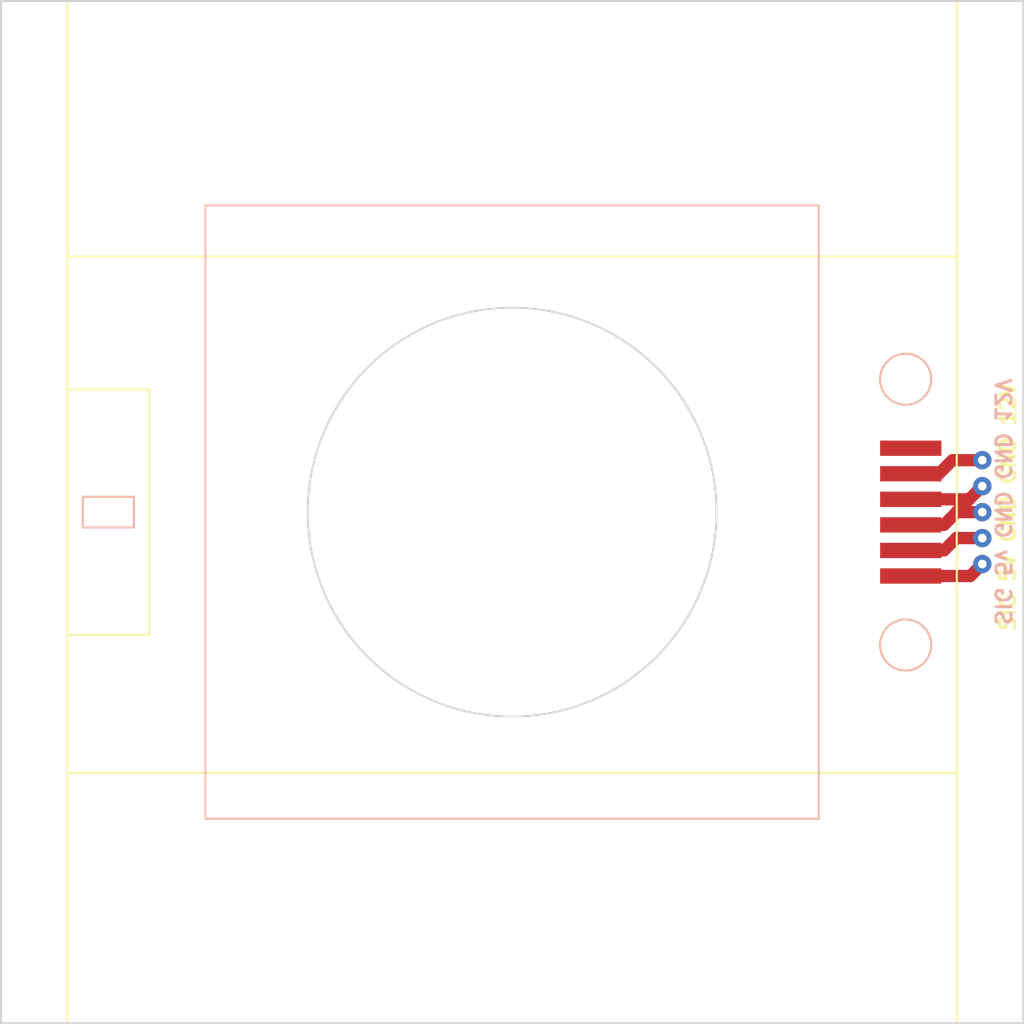
<source format=kicad_pcb>
(kicad_pcb (version 20171130) (host pcbnew 6.0.0-rc1-unknown-1a22918~65~ubuntu16.04.1)

  (general
    (thickness 1.6)
    (drawings 30)
    (tracks 16)
    (zones 0)
    (modules 2)
    (nets 6)
  )

  (page A4)
  (layers
    (0 F.Cu signal)
    (31 B.Cu signal)
    (32 B.Adhes user)
    (33 F.Adhes user)
    (34 B.Paste user)
    (35 F.Paste user)
    (36 B.SilkS user)
    (37 F.SilkS user)
    (38 B.Mask user)
    (39 F.Mask user)
    (40 Dwgs.User user)
    (41 Cmts.User user)
    (42 Eco1.User user)
    (43 Eco2.User user)
    (44 Edge.Cuts user)
    (45 Margin user)
    (46 B.CrtYd user)
    (47 F.CrtYd user)
    (48 B.Fab user)
    (49 F.Fab user)
  )

  (setup
    (last_trace_width 0.25)
    (user_trace_width 1.2)
    (trace_clearance 0.2)
    (zone_clearance 0.508)
    (zone_45_only no)
    (trace_min 0.2)
    (segment_width 0.2)
    (edge_width 0.15)
    (via_size 0.8)
    (via_drill 0.4)
    (via_min_size 0.4)
    (via_min_drill 0.3)
    (uvia_size 0.3)
    (uvia_drill 0.1)
    (uvias_allowed no)
    (uvia_min_size 0.2)
    (uvia_min_drill 0.1)
    (pcb_text_width 0.3)
    (pcb_text_size 1.5 1.5)
    (mod_edge_width 0.15)
    (mod_text_size 1 1)
    (mod_text_width 0.15)
    (pad_size 1.8 1.8)
    (pad_drill 0.85)
    (pad_to_mask_clearance 0.2)
    (aux_axis_origin 0 0)
    (grid_origin 150 80)
    (visible_elements 7FFFFFFF)
    (pcbplotparams
      (layerselection 0x010f0_ffffffff)
      (usegerberextensions false)
      (usegerberattributes false)
      (usegerberadvancedattributes false)
      (creategerberjobfile false)
      (excludeedgelayer false)
      (linewidth 0.150000)
      (plotframeref false)
      (viasonmask false)
      (mode 1)
      (useauxorigin false)
      (hpglpennumber 1)
      (hpglpenspeed 20)
      (hpglpendiameter 15.000000)
      (psnegative false)
      (psa4output false)
      (plotreference true)
      (plotvalue true)
      (plotinvisibletext false)
      (padsonsilk true)
      (subtractmaskfromsilk false)
      (outputformat 1)
      (mirror false)
      (drillshape 0)
      (scaleselection 1)
      (outputdirectory "Gerber/"))
  )

  (net 0 "")
  (net 1 "Net-(J1-Pad1)")
  (net 2 /12V)
  (net 3 /GND)
  (net 4 /5V)
  (net 5 /SIG)

  (net_class Default "This is the default net class."
    (clearance 0.2)
    (trace_width 0.25)
    (via_dia 0.8)
    (via_drill 0.4)
    (uvia_dia 0.3)
    (uvia_drill 0.1)
    (add_net /12V)
    (add_net /5V)
    (add_net /GND)
    (add_net /SIG)
    (add_net "Net-(J1-Pad1)")
  )

  (module Battery_Connector_SMD:Battery_Connector_Pad_SMD (layer F.Cu) (tedit 5D4414A2) (tstamp 5D5588D4)
    (at 139 80 270)
    (path /5D4961FD)
    (fp_text reference J1 (at -7.5 5 270) (layer F.SilkS) hide
      (effects (font (size 1 1) (thickness 0.15)))
    )
    (fp_text value Conn_01x06_Female (at 0 -5 270) (layer F.Fab) hide
      (effects (font (size 1 1) (thickness 0.15)))
    )
    (pad 1 smd rect (at -6.25 0 270) (size 1.5 6) (layers F.Cu F.Mask)
      (net 1 "Net-(J1-Pad1)"))
    (pad 2 smd rect (at -3.75 0 270) (size 1.5 6) (layers F.Cu F.Mask)
      (net 2 /12V))
    (pad 3 smd rect (at -1.25 0 270) (size 1.5 6) (layers F.Cu F.Mask)
      (net 3 /GND))
    (pad 4 smd rect (at 1.25 0 270) (size 1.5 6) (layers F.Cu F.Mask)
      (net 3 /GND))
    (pad 5 smd rect (at 3.75 0 270) (size 1.5 6) (layers F.Cu F.Mask)
      (net 4 /5V))
    (pad 6 smd rect (at 6.25 0 270) (size 1.5 6) (layers F.Cu F.Mask)
      (net 5 /SIG))
  )

  (module Battery_Connector_SMD:PiikkiThroughHole (layer F.Cu) (tedit 5D49762F) (tstamp 5D558BFC)
    (at 146 80 270)
    (path /5D4965B6)
    (fp_text reference J2 (at -5.08 0.5 270) (layer F.SilkS) hide
      (effects (font (size 1 1) (thickness 0.15)))
    )
    (fp_text value Conn_01x05_Male (at 0 -0.5 270) (layer F.Fab)
      (effects (font (size 1 1) (thickness 0.15)))
    )
    (pad 5 thru_hole circle (at 5.08 0 270) (size 1.8 1.8) (drill 0.85) (layers *.Cu *.Mask)
      (net 5 /SIG))
    (pad 4 thru_hole circle (at 2.54 0 270) (size 1.8 1.8) (drill 0.85) (layers *.Cu *.Mask)
      (net 4 /5V))
    (pad 3 thru_hole circle (at 0 0 270) (size 1.8 1.8) (drill 0.85) (layers *.Cu *.Mask)
      (net 3 /GND))
    (pad 2 thru_hole circle (at -2.54 0 270) (size 1.8 1.8) (drill 0.85) (layers *.Cu *.Mask)
      (net 3 /GND))
    (pad 1 thru_hole circle (at -5.08 0 270) (size 1.8 1.8) (drill 0.85) (layers *.Cu *.Mask)
      (net 2 /12V))
  )

  (gr_text "SIG 5V GND GND 12V" (at 148.5 79.5 90) (layer F.SilkS)
    (effects (font (size 1.5 1.5) (thickness 0.3)))
  )
  (gr_text "SIG 5v GND GND 12V" (at 148 79 270) (layer B.SilkS)
    (effects (font (size 1.5 1.5) (thickness 0.3)) (justify mirror))
  )
  (gr_circle (center 100 80) (end 80 80) (layer Edge.Cuts) (width 0.2))
  (gr_line (start 56.5 105.5) (end 143.5 105.5) (layer F.SilkS) (width 0.2))
  (gr_line (start 56.5 55) (end 143.5 55) (layer F.SilkS) (width 0.2))
  (gr_line (start 64.5 92) (end 56.5 92) (layer F.SilkS) (width 0.2))
  (gr_line (start 64.5 68) (end 64.5 92) (layer F.SilkS) (width 0.2))
  (gr_line (start 56.5 68) (end 64.5 68) (layer F.SilkS) (width 0.2))
  (gr_line (start 56.5 30) (end 56.5 130) (layer F.SilkS) (width 0.2))
  (gr_line (start 143.5 30) (end 143.5 130) (layer F.SilkS) (width 0.2))
  (gr_circle (center 138.5 93) (end 141 93) (layer F.SilkS) (width 0.2))
  (gr_circle (center 138.5 67) (end 141 67) (layer F.SilkS) (width 0.2))
  (gr_line (start 58 81.5) (end 58 78.5) (layer B.SilkS) (width 0.2))
  (gr_line (start 63 81.5) (end 58 81.5) (layer B.SilkS) (width 0.2))
  (gr_line (start 63 78.5) (end 63 81.5) (layer B.SilkS) (width 0.2))
  (gr_line (start 58 78.5) (end 63 78.5) (layer B.SilkS) (width 0.2))
  (gr_line (start 58 81.5) (end 58 78.5) (layer F.SilkS) (width 0.2))
  (gr_line (start 63 81.5) (end 58 81.5) (layer F.SilkS) (width 0.2))
  (gr_line (start 63 78.5) (end 63 81.5) (layer F.SilkS) (width 0.2))
  (gr_line (start 58 78.5) (end 63 78.5) (layer F.SilkS) (width 0.2))
  (gr_line (start 70 110) (end 70 50) (layer B.SilkS) (width 0.2))
  (gr_line (start 130 110) (end 70 110) (layer B.SilkS) (width 0.2))
  (gr_line (start 130 50) (end 130 110) (layer B.SilkS) (width 0.2))
  (gr_line (start 70 50) (end 130 50) (layer B.SilkS) (width 0.2))
  (gr_circle (center 138.5 93) (end 141 93) (layer B.SilkS) (width 0.2))
  (gr_circle (center 138.5 67) (end 141 67) (layer B.SilkS) (width 0.2))
  (gr_line (start 50 130) (end 50 30) (layer Edge.Cuts) (width 0.2))
  (gr_line (start 150 130) (end 50 130) (layer Edge.Cuts) (width 0.2))
  (gr_line (start 150 30) (end 150 130) (layer Edge.Cuts) (width 0.2))
  (gr_line (start 50 30) (end 150 30) (layer Edge.Cuts) (width 0.2))

  (segment (start 143.08 74.92) (end 146 74.92) (width 1.2) (layer F.Cu) (net 2))
  (segment (start 139 76.25) (end 141.75 76.25) (width 1.2) (layer F.Cu) (net 2))
  (segment (start 141.75 76.25) (end 143.08 74.92) (width 1.2) (layer F.Cu) (net 2))
  (segment (start 144.71 78.75) (end 146 77.46) (width 1.2) (layer F.Cu) (net 3))
  (segment (start 139 78.75) (end 144.71 78.75) (width 1.2) (layer F.Cu) (net 3))
  (segment (start 139 81.25) (end 142.25 81.25) (width 1.2) (layer F.Cu) (net 3))
  (segment (start 143.5 80) (end 146 80) (width 1.2) (layer F.Cu) (net 3))
  (segment (start 142.25 81.25) (end 143.5 80) (width 1.2) (layer F.Cu) (net 3))
  (segment (start 143.5 79.96) (end 144.71 78.75) (width 1.2) (layer F.Cu) (net 3))
  (segment (start 143.5 80) (end 143.5 79.96) (width 1.2) (layer F.Cu) (net 3))
  (segment (start 139 83.75) (end 142.25 83.75) (width 1.2) (layer F.Cu) (net 4))
  (segment (start 142.25 83.75) (end 143.5 82.5) (width 1.2) (layer F.Cu) (net 4))
  (segment (start 143.54 82.54) (end 146 82.54) (width 1.2) (layer F.Cu) (net 4))
  (segment (start 143.5 82.5) (end 143.54 82.54) (width 1.2) (layer F.Cu) (net 4))
  (segment (start 144.83 86.25) (end 146 85.08) (width 1.2) (layer F.Cu) (net 5))
  (segment (start 139 86.25) (end 144.83 86.25) (width 1.2) (layer F.Cu) (net 5))

)

</source>
